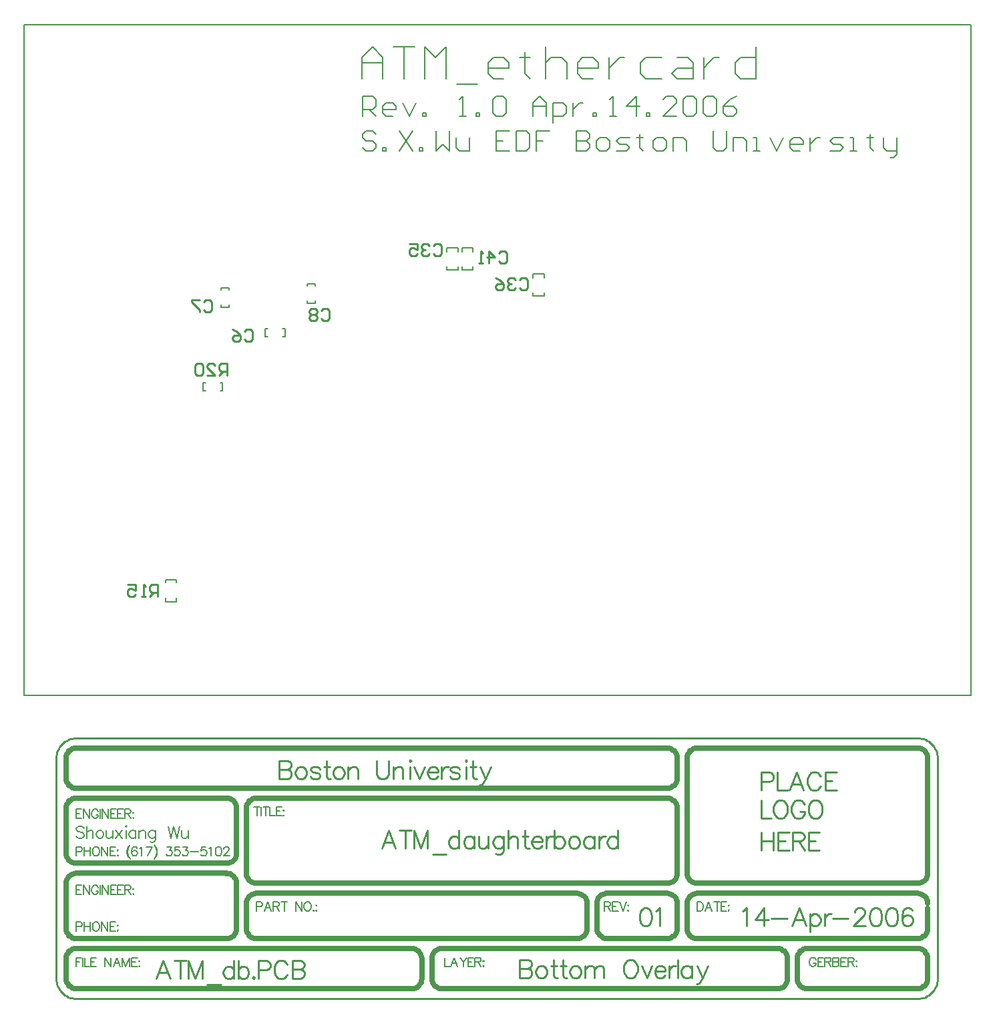
<source format=gbo>
%FSLAX24Y24*%
%MOIN*%
G70*
G01*
G75*
%ADD10C,0.0080*%
%ADD11R,0.0400X0.0600*%
%ADD12R,0.0157X0.0787*%
%ADD13O,0.0157X0.0787*%
%ADD14R,0.0413X0.0177*%
%ADD15R,0.1157X0.1409*%
%ADD16R,0.0315X0.0354*%
%ADD17R,0.1500X0.1100*%
%ADD18O,0.0906X0.0118*%
%ADD19C,0.0157*%
%ADD20R,0.0354X0.0315*%
%ADD21R,0.0906X0.0118*%
%ADD22R,0.0787X0.0197*%
%ADD23O,0.0630X0.0197*%
%ADD24O,0.0197X0.0630*%
%ADD25R,0.0600X0.0500*%
%ADD26R,0.0366X0.0291*%
%ADD27R,0.0600X0.0600*%
%ADD28R,0.1004X0.1063*%
%ADD29R,0.1063X0.1004*%
%ADD30O,0.0118X0.0591*%
%ADD31O,0.0591X0.0118*%
%ADD32R,0.0291X0.0366*%
%ADD33R,0.1000X0.0420*%
%ADD34R,0.0213X0.0138*%
%ADD35O,0.0591X0.0118*%
%ADD36R,0.0787X0.0709*%
%ADD37R,0.0500X0.0600*%
%ADD38R,0.0531X0.0256*%
%ADD39R,0.0984X0.2795*%
%ADD40R,0.1201X0.0449*%
%ADD41R,0.0291X0.0366*%
%ADD42R,0.0984X0.2795*%
%ADD43R,0.0990X0.0200*%
%ADD44R,0.0440X0.0960*%
%ADD45R,0.4100X0.4250*%
%ADD46C,0.0100*%
%ADD47C,0.0200*%
%ADD48C,0.0050*%
%ADD49C,0.0060*%
%ADD50C,0.0300*%
%ADD51C,0.0400*%
%ADD52C,0.0051*%
%ADD53C,0.0079*%
%ADD54R,0.2126X0.1142*%
%ADD55R,0.5315X0.2047*%
%ADD56R,0.1559X0.1244*%
%ADD57R,0.0984X0.0437*%
%ADD58R,0.0996X0.0433*%
%ADD59R,0.0543X0.0933*%
%ADD60R,0.3228X0.1142*%
%ADD61R,0.2441X0.1693*%
%ADD62R,0.1142X0.1181*%
%ADD63R,0.1209X0.3386*%
%ADD64R,0.2909X0.4957*%
%ADD65R,0.1177X0.0437*%
%ADD66R,0.3504X0.2795*%
%ADD67C,0.0250*%
%ADD68C,0.0090*%
%ADD69C,0.0500*%
%ADD70C,0.0240*%
%ADD71C,0.0591*%
%ADD72C,0.0472*%
%ADD73C,0.1575*%
%ADD74C,0.0270*%
%ADD75C,0.0240*%
%ADD76C,0.0240*%
%ADD77C,0.0120*%
D10*
X26724Y25318D02*
Y25476D01*
X27276D01*
Y25318D02*
Y25476D01*
Y24373D02*
Y24570D01*
X26724Y24373D02*
X27276D01*
X26724D02*
Y24570D01*
X45626Y39624D02*
Y39782D01*
X45074Y39624D02*
X45626D01*
X45074D02*
Y39782D01*
Y40530D02*
Y40727D01*
X45626D01*
Y40530D02*
Y40727D01*
X41326Y41830D02*
Y42027D01*
X40774D02*
X41326D01*
X40774Y41830D02*
Y42027D01*
Y40924D02*
Y41082D01*
Y40924D02*
X41326D01*
Y41082D01*
X42076Y41830D02*
Y42027D01*
X41524D02*
X42076D01*
X41524Y41830D02*
Y42027D01*
Y40924D02*
Y41082D01*
Y40924D02*
X42076D01*
Y41082D01*
X22673Y13077D02*
X22616Y13134D01*
X22530Y13162D01*
X22416D01*
X22330Y13134D01*
X22273Y13077D01*
Y13020D01*
X22302Y12963D01*
X22330Y12934D01*
X22387Y12905D01*
X22559Y12848D01*
X22616Y12820D01*
X22645Y12791D01*
X22673Y12734D01*
Y12648D01*
X22616Y12591D01*
X22530Y12563D01*
X22416D01*
X22330Y12591D01*
X22273Y12648D01*
X22807Y13162D02*
Y12563D01*
Y12848D02*
X22893Y12934D01*
X22950Y12963D01*
X23036D01*
X23093Y12934D01*
X23122Y12848D01*
Y12563D01*
X23422Y12963D02*
X23364Y12934D01*
X23307Y12877D01*
X23279Y12791D01*
Y12734D01*
X23307Y12648D01*
X23364Y12591D01*
X23422Y12563D01*
X23507D01*
X23564Y12591D01*
X23622Y12648D01*
X23650Y12734D01*
Y12791D01*
X23622Y12877D01*
X23564Y12934D01*
X23507Y12963D01*
X23422D01*
X23781D02*
Y12677D01*
X23810Y12591D01*
X23867Y12563D01*
X23953D01*
X24010Y12591D01*
X24096Y12677D01*
Y12963D02*
Y12563D01*
X24253Y12963D02*
X24567Y12563D01*
Y12963D02*
X24253Y12563D01*
X24750Y13162D02*
X24778Y13134D01*
X24807Y13162D01*
X24778Y13191D01*
X24750Y13162D01*
X24778Y12963D02*
Y12563D01*
X25255Y12963D02*
Y12563D01*
Y12877D02*
X25198Y12934D01*
X25141Y12963D01*
X25055D01*
X24998Y12934D01*
X24941Y12877D01*
X24913Y12791D01*
Y12734D01*
X24941Y12648D01*
X24998Y12591D01*
X25055Y12563D01*
X25141D01*
X25198Y12591D01*
X25255Y12648D01*
X25415Y12963D02*
Y12563D01*
Y12848D02*
X25501Y12934D01*
X25558Y12963D01*
X25644D01*
X25701Y12934D01*
X25730Y12848D01*
Y12563D01*
X26230Y12963D02*
Y12505D01*
X26201Y12420D01*
X26172Y12391D01*
X26115Y12363D01*
X26030D01*
X25972Y12391D01*
X26230Y12877D02*
X26172Y12934D01*
X26115Y12963D01*
X26030D01*
X25972Y12934D01*
X25915Y12877D01*
X25887Y12791D01*
Y12734D01*
X25915Y12648D01*
X25972Y12591D01*
X26030Y12563D01*
X26115D01*
X26172Y12591D01*
X26230Y12648D01*
X26861Y13162D02*
X27004Y12563D01*
X27146Y13162D02*
X27004Y12563D01*
X27146Y13162D02*
X27289Y12563D01*
X27432Y13162D02*
X27289Y12563D01*
X27552Y12963D02*
Y12677D01*
X27581Y12591D01*
X27638Y12563D01*
X27723D01*
X27781Y12591D01*
X27866Y12677D01*
Y12963D02*
Y12563D01*
D46*
X30663Y37862D02*
X30763Y37962D01*
X30963D01*
X31063Y37862D01*
Y37462D01*
X30963Y37362D01*
X30763D01*
X30663Y37462D01*
X30063Y37962D02*
X30263Y37862D01*
X30463Y37662D01*
Y37462D01*
X30363Y37362D01*
X30163D01*
X30063Y37462D01*
Y37562D01*
X30163Y37662D01*
X30463D01*
X28655Y39319D02*
X28755Y39419D01*
X28955D01*
X29055Y39319D01*
Y38919D01*
X28955Y38819D01*
X28755D01*
X28655Y38919D01*
X28455Y39419D02*
X28055D01*
Y39319D01*
X28455Y38919D01*
Y38819D01*
X34521Y38886D02*
X34621Y38986D01*
X34821D01*
X34921Y38886D01*
Y38486D01*
X34821Y38386D01*
X34621D01*
X34521Y38486D01*
X34321Y38886D02*
X34221Y38986D01*
X34022D01*
X33922Y38886D01*
Y38786D01*
X34022Y38686D01*
X33922Y38586D01*
Y38486D01*
X34022Y38386D01*
X34221D01*
X34321Y38486D01*
Y38586D01*
X34221Y38686D01*
X34321Y38786D01*
Y38886D01*
X34221Y38686D02*
X34022D01*
X29803Y35669D02*
Y36269D01*
X29503D01*
X29403Y36169D01*
Y35969D01*
X29503Y35869D01*
X29803D01*
X29603D02*
X29403Y35669D01*
X28803D02*
X29203D01*
X28803Y36069D01*
Y36169D01*
X28903Y36269D01*
X29103D01*
X29203Y36169D01*
X28604D02*
X28504Y36269D01*
X28304D01*
X28204Y36169D01*
Y35769D01*
X28304Y35669D01*
X28504D01*
X28604Y35769D01*
Y36169D01*
X40112Y42114D02*
X40212Y42214D01*
X40412D01*
X40512Y42114D01*
Y41714D01*
X40412Y41614D01*
X40212D01*
X40112Y41714D01*
X39912Y42114D02*
X39812Y42214D01*
X39612D01*
X39512Y42114D01*
Y42014D01*
X39612Y41914D01*
X39712D01*
X39612D01*
X39512Y41814D01*
Y41714D01*
X39612Y41614D01*
X39812D01*
X39912Y41714D01*
X38912Y42214D02*
X39312D01*
Y41914D01*
X39112Y42014D01*
X39012D01*
X38912Y41914D01*
Y41714D01*
X39012Y41614D01*
X39212D01*
X39312Y41714D01*
X43380Y41760D02*
X43480Y41860D01*
X43680D01*
X43780Y41760D01*
Y41360D01*
X43680Y41260D01*
X43480D01*
X43380Y41360D01*
X42880Y41260D02*
Y41860D01*
X43180Y41560D01*
X42780D01*
X42580Y41260D02*
X42380D01*
X42480D01*
Y41860D01*
X42580Y41760D01*
X44403Y40421D02*
X44503Y40521D01*
X44703D01*
X44803Y40421D01*
Y40021D01*
X44703Y39921D01*
X44503D01*
X44403Y40021D01*
X44203Y40421D02*
X44103Y40521D01*
X43903D01*
X43803Y40421D01*
Y40321D01*
X43903Y40221D01*
X44003D01*
X43903D01*
X43803Y40121D01*
Y40021D01*
X43903Y39921D01*
X44103D01*
X44203Y40021D01*
X43204Y40521D02*
X43404Y40421D01*
X43604Y40221D01*
Y40021D01*
X43504Y39921D01*
X43304D01*
X43204Y40021D01*
Y40121D01*
X43304Y40221D01*
X43604D01*
X26339Y24646D02*
Y25245D01*
X26039D01*
X25939Y25146D01*
Y24946D01*
X26039Y24846D01*
X26339D01*
X26139D02*
X25939Y24646D01*
X25739D02*
X25539D01*
X25639D01*
Y25245D01*
X25739Y25146D01*
X24839Y25245D02*
X25239D01*
Y24946D01*
X25039Y25046D01*
X24939D01*
X24839Y24946D01*
Y24746D01*
X24939Y24646D01*
X25139D01*
X25239Y24746D01*
X21273Y5573D02*
X21278Y5475D01*
X21292Y5378D01*
X21316Y5283D01*
X21348Y5190D01*
X21390Y5101D01*
X21440Y5017D01*
X21498Y4938D01*
X21563Y4865D01*
X21635Y4798D01*
X21713Y4739D01*
X21796Y4688D01*
X21885Y4645D01*
X21976Y4610D01*
X22071Y4585D01*
X22168Y4569D01*
X22266Y4563D01*
X64273Y4563D02*
X64371Y4567D01*
X64468Y4582D01*
X64564Y4606D01*
X64656Y4639D01*
X64745Y4681D01*
X64829Y4731D01*
X64908Y4790D01*
X64980Y4855D01*
X65046Y4928D01*
X65105Y5007D01*
X65155Y5091D01*
X65197Y5180D01*
X65230Y5272D01*
X65254Y5368D01*
X65268Y5465D01*
X65273Y5563D01*
Y16563D02*
X65268Y16661D01*
X65254Y16758D01*
X65230Y16853D01*
X65197Y16945D01*
X65155Y17034D01*
X65105Y17118D01*
X65046Y17197D01*
X64980Y17270D01*
X64908Y17336D01*
X64829Y17394D01*
X64745Y17445D01*
X64656Y17486D01*
X64564Y17520D01*
X64468Y17543D01*
X64371Y17558D01*
X64273Y17563D01*
X22273D02*
X22175Y17558D01*
X22078Y17543D01*
X21983Y17520D01*
X21891Y17486D01*
X21802Y17445D01*
X21718Y17394D01*
X21639Y17336D01*
X21566Y17270D01*
X21500Y17197D01*
X21442Y17118D01*
X21391Y17034D01*
X21349Y16945D01*
X21316Y16853D01*
X21292Y16758D01*
X21278Y16661D01*
X21273Y16563D01*
X22273Y4563D02*
X64273D01*
X22273Y17563D02*
X64273D01*
X65273Y5563D02*
Y16563D01*
X21273Y5563D02*
Y16563D01*
D48*
X59195Y6505D02*
X59173Y6548D01*
X59130Y6591D01*
X59087Y6612D01*
X59002D01*
X58959Y6591D01*
X58916Y6548D01*
X58895Y6505D01*
X58873Y6441D01*
Y6334D01*
X58895Y6270D01*
X58916Y6227D01*
X58959Y6184D01*
X59002Y6163D01*
X59087D01*
X59130Y6184D01*
X59173Y6227D01*
X59195Y6270D01*
Y6334D01*
X59087D02*
X59195D01*
X59576Y6612D02*
X59297D01*
Y6163D01*
X59576D01*
X59297Y6398D02*
X59469D01*
X59651Y6612D02*
Y6163D01*
Y6612D02*
X59844D01*
X59908Y6591D01*
X59929Y6570D01*
X59951Y6527D01*
Y6484D01*
X59929Y6441D01*
X59908Y6420D01*
X59844Y6398D01*
X59651D01*
X59801D02*
X59951Y6163D01*
X60052Y6612D02*
Y6163D01*
Y6612D02*
X60244D01*
X60309Y6591D01*
X60330Y6570D01*
X60351Y6527D01*
Y6484D01*
X60330Y6441D01*
X60309Y6420D01*
X60244Y6398D01*
X60052D02*
X60244D01*
X60309Y6377D01*
X60330Y6355D01*
X60351Y6313D01*
Y6248D01*
X60330Y6205D01*
X60309Y6184D01*
X60244Y6163D01*
X60052D01*
X60731Y6612D02*
X60452D01*
Y6163D01*
X60731D01*
X60452Y6398D02*
X60624D01*
X60806Y6612D02*
Y6163D01*
Y6612D02*
X60998D01*
X61063Y6591D01*
X61084Y6570D01*
X61106Y6527D01*
Y6484D01*
X61084Y6441D01*
X61063Y6420D01*
X60998Y6398D01*
X60806D01*
X60956D02*
X61106Y6163D01*
X61228Y6463D02*
X61206Y6441D01*
X61228Y6420D01*
X61249Y6441D01*
X61228Y6463D01*
Y6205D02*
X61206Y6184D01*
X61228Y6163D01*
X61249Y6184D01*
X61228Y6205D01*
X22273Y6612D02*
Y6163D01*
Y6612D02*
X22552D01*
X22273Y6398D02*
X22445D01*
X22603Y6612D02*
Y6163D01*
X22697Y6612D02*
Y6163D01*
X22955D01*
X23282Y6612D02*
X23004D01*
Y6163D01*
X23282D01*
X23004Y6398D02*
X23175D01*
X23711Y6612D02*
Y6163D01*
Y6612D02*
X24011Y6163D01*
Y6612D02*
Y6163D01*
X24478D02*
X24306Y6612D01*
X24135Y6163D01*
X24199Y6313D02*
X24413D01*
X24583Y6612D02*
Y6163D01*
Y6612D02*
X24754Y6163D01*
X24926Y6612D02*
X24754Y6163D01*
X24926Y6612D02*
Y6163D01*
X25333Y6612D02*
X25054D01*
Y6163D01*
X25333D01*
X25054Y6398D02*
X25225D01*
X25429Y6463D02*
X25408Y6441D01*
X25429Y6420D01*
X25450Y6441D01*
X25429Y6463D01*
Y6205D02*
X25408Y6184D01*
X25429Y6163D01*
X25450Y6184D01*
X25429Y6205D01*
X22552Y10213D02*
X22273D01*
Y9763D01*
X22552D01*
X22273Y9998D02*
X22445D01*
X22627Y10213D02*
Y9763D01*
Y10213D02*
X22927Y9763D01*
Y10213D02*
Y9763D01*
X23372Y10105D02*
X23351Y10148D01*
X23308Y10191D01*
X23265Y10213D01*
X23179D01*
X23137Y10191D01*
X23094Y10148D01*
X23072Y10105D01*
X23051Y10041D01*
Y9934D01*
X23072Y9870D01*
X23094Y9827D01*
X23137Y9784D01*
X23179Y9763D01*
X23265D01*
X23308Y9784D01*
X23351Y9827D01*
X23372Y9870D01*
Y9934D01*
X23265D02*
X23372D01*
X23475Y10213D02*
Y9763D01*
X23569Y10213D02*
Y9763D01*
Y10213D02*
X23869Y9763D01*
Y10213D02*
Y9763D01*
X24272Y10213D02*
X23994D01*
Y9763D01*
X24272D01*
X23994Y9998D02*
X24165D01*
X24626Y10213D02*
X24347D01*
Y9763D01*
X24626D01*
X24347Y9998D02*
X24518D01*
X24701Y10213D02*
Y9763D01*
Y10213D02*
X24893D01*
X24958Y10191D01*
X24979Y10170D01*
X25001Y10127D01*
Y10084D01*
X24979Y10041D01*
X24958Y10020D01*
X24893Y9998D01*
X24701D01*
X24851D02*
X25001Y9763D01*
X25123Y10063D02*
X25101Y10041D01*
X25123Y10020D01*
X25144Y10041D01*
X25123Y10063D01*
Y9805D02*
X25101Y9784D01*
X25123Y9763D01*
X25144Y9784D01*
X25123Y9805D01*
X31298Y14138D02*
Y13688D01*
X31148Y14138D02*
X31448D01*
X31502D02*
Y13688D01*
X31746Y14138D02*
Y13688D01*
X31596Y14138D02*
X31896D01*
X31949D02*
Y13688D01*
X32207D01*
X32534Y14138D02*
X32256D01*
Y13688D01*
X32534D01*
X32256Y13923D02*
X32427D01*
X32631Y13988D02*
X32609Y13966D01*
X32631Y13945D01*
X32652Y13966D01*
X32631Y13988D01*
Y13730D02*
X32609Y13709D01*
X32631Y13688D01*
X32652Y13709D01*
X32631Y13730D01*
X31273Y9152D02*
X31466D01*
X31530Y9173D01*
X31552Y9195D01*
X31573Y9238D01*
Y9302D01*
X31552Y9345D01*
X31530Y9366D01*
X31466Y9388D01*
X31273D01*
Y8938D01*
X32017D02*
X31845Y9388D01*
X31674Y8938D01*
X31738Y9088D02*
X31952D01*
X32122Y9388D02*
Y8938D01*
Y9388D02*
X32314D01*
X32379Y9366D01*
X32400Y9345D01*
X32422Y9302D01*
Y9259D01*
X32400Y9216D01*
X32379Y9195D01*
X32314Y9173D01*
X32122D01*
X32272D02*
X32422Y8938D01*
X32672Y9388D02*
Y8938D01*
X32522Y9388D02*
X32822D01*
X33229D02*
Y8938D01*
Y9388D02*
X33529Y8938D01*
Y9388D02*
Y8938D01*
X33782Y9388D02*
X33739Y9366D01*
X33696Y9323D01*
X33675Y9280D01*
X33653Y9216D01*
Y9109D01*
X33675Y9045D01*
X33696Y9002D01*
X33739Y8959D01*
X33782Y8938D01*
X33868D01*
X33911Y8959D01*
X33953Y9002D01*
X33975Y9045D01*
X33996Y9109D01*
Y9216D01*
X33975Y9280D01*
X33953Y9323D01*
X33911Y9366D01*
X33868Y9388D01*
X33782D01*
X34123Y8980D02*
X34101Y8959D01*
X34123Y8938D01*
X34144Y8959D01*
X34123Y8980D01*
X34264Y9238D02*
X34243Y9216D01*
X34264Y9195D01*
X34285Y9216D01*
X34264Y9238D01*
Y8980D02*
X34243Y8959D01*
X34264Y8938D01*
X34285Y8959D01*
X34264Y8980D01*
X22552Y14013D02*
X22273D01*
Y13563D01*
X22552D01*
X22273Y13798D02*
X22445D01*
X22627Y14013D02*
Y13563D01*
Y14013D02*
X22927Y13563D01*
Y14013D02*
Y13563D01*
X23372Y13905D02*
X23351Y13948D01*
X23308Y13991D01*
X23265Y14013D01*
X23179D01*
X23137Y13991D01*
X23094Y13948D01*
X23072Y13905D01*
X23051Y13841D01*
Y13734D01*
X23072Y13670D01*
X23094Y13627D01*
X23137Y13584D01*
X23179Y13563D01*
X23265D01*
X23308Y13584D01*
X23351Y13627D01*
X23372Y13670D01*
Y13734D01*
X23265D02*
X23372D01*
X23475Y14013D02*
Y13563D01*
X23569Y14013D02*
Y13563D01*
Y14013D02*
X23869Y13563D01*
Y14013D02*
Y13563D01*
X24272Y14013D02*
X23994D01*
Y13563D01*
X24272D01*
X23994Y13798D02*
X24165D01*
X24626Y14013D02*
X24347D01*
Y13563D01*
X24626D01*
X24347Y13798D02*
X24518D01*
X24701Y14013D02*
Y13563D01*
Y14013D02*
X24893D01*
X24958Y13991D01*
X24979Y13970D01*
X25001Y13927D01*
Y13884D01*
X24979Y13841D01*
X24958Y13820D01*
X24893Y13798D01*
X24701D01*
X24851D02*
X25001Y13563D01*
X25123Y13863D02*
X25101Y13841D01*
X25123Y13820D01*
X25144Y13841D01*
X25123Y13863D01*
Y13605D02*
X25101Y13584D01*
X25123Y13563D01*
X25144Y13584D01*
X25123Y13605D01*
X40673Y6612D02*
Y6163D01*
X40930D01*
X41322D02*
X41151Y6612D01*
X40980Y6163D01*
X41044Y6313D02*
X41258D01*
X41427Y6612D02*
X41599Y6398D01*
Y6163D01*
X41770Y6612D02*
X41599Y6398D01*
X42106Y6612D02*
X41828D01*
Y6163D01*
X42106D01*
X41828Y6398D02*
X41999D01*
X42181Y6612D02*
Y6163D01*
Y6612D02*
X42374D01*
X42439Y6591D01*
X42460Y6570D01*
X42481Y6527D01*
Y6484D01*
X42460Y6441D01*
X42439Y6420D01*
X42374Y6398D01*
X42181D01*
X42331D02*
X42481Y6163D01*
X42604Y6463D02*
X42582Y6441D01*
X42604Y6420D01*
X42625Y6441D01*
X42604Y6463D01*
Y6205D02*
X42582Y6184D01*
X42604Y6163D01*
X42625Y6184D01*
X42604Y6205D01*
X22273Y8152D02*
X22466D01*
X22530Y8173D01*
X22552Y8195D01*
X22573Y8238D01*
Y8302D01*
X22552Y8345D01*
X22530Y8366D01*
X22466Y8388D01*
X22273D01*
Y7938D01*
X22674Y8388D02*
Y7938D01*
X22974Y8388D02*
Y7938D01*
X22674Y8173D02*
X22974D01*
X23227Y8388D02*
X23184Y8366D01*
X23141Y8323D01*
X23119Y8280D01*
X23098Y8216D01*
Y8109D01*
X23119Y8045D01*
X23141Y8002D01*
X23184Y7959D01*
X23227Y7938D01*
X23312D01*
X23355Y7959D01*
X23398Y8002D01*
X23419Y8045D01*
X23441Y8109D01*
Y8216D01*
X23419Y8280D01*
X23398Y8323D01*
X23355Y8366D01*
X23312Y8388D01*
X23227D01*
X23546D02*
Y7938D01*
Y8388D02*
X23846Y7938D01*
Y8388D02*
Y7938D01*
X24249Y8388D02*
X23970D01*
Y7938D01*
X24249D01*
X23970Y8173D02*
X24141D01*
X24345Y8238D02*
X24323Y8216D01*
X24345Y8195D01*
X24366Y8216D01*
X24345Y8238D01*
Y7980D02*
X24323Y7959D01*
X24345Y7938D01*
X24366Y7959D01*
X24345Y7980D01*
X22273Y11902D02*
X22466D01*
X22530Y11923D01*
X22552Y11945D01*
X22573Y11988D01*
Y12052D01*
X22552Y12095D01*
X22530Y12116D01*
X22466Y12138D01*
X22273D01*
Y11688D01*
X22674Y12138D02*
Y11688D01*
X22974Y12138D02*
Y11688D01*
X22674Y11923D02*
X22974D01*
X23227Y12138D02*
X23184Y12116D01*
X23141Y12073D01*
X23119Y12030D01*
X23098Y11966D01*
Y11859D01*
X23119Y11795D01*
X23141Y11752D01*
X23184Y11709D01*
X23227Y11688D01*
X23312D01*
X23355Y11709D01*
X23398Y11752D01*
X23419Y11795D01*
X23441Y11859D01*
Y11966D01*
X23419Y12030D01*
X23398Y12073D01*
X23355Y12116D01*
X23312Y12138D01*
X23227D01*
X23546D02*
Y11688D01*
Y12138D02*
X23846Y11688D01*
Y12138D02*
Y11688D01*
X24249Y12138D02*
X23970D01*
Y11688D01*
X24249D01*
X23970Y11923D02*
X24141D01*
X24345Y11988D02*
X24323Y11966D01*
X24345Y11945D01*
X24366Y11966D01*
X24345Y11988D01*
Y11730D02*
X24323Y11709D01*
X24345Y11688D01*
X24366Y11709D01*
X24345Y11730D01*
X24968Y12223D02*
X24926Y12180D01*
X24883Y12116D01*
X24840Y12030D01*
X24818Y11923D01*
Y11838D01*
X24840Y11730D01*
X24883Y11645D01*
X24926Y11580D01*
X24968Y11538D01*
X24926Y12180D02*
X24883Y12095D01*
X24861Y12030D01*
X24840Y11923D01*
Y11838D01*
X24861Y11730D01*
X24883Y11666D01*
X24926Y11580D01*
X25311Y12073D02*
X25290Y12116D01*
X25225Y12138D01*
X25183D01*
X25118Y12116D01*
X25075Y12052D01*
X25054Y11945D01*
Y11838D01*
X25075Y11752D01*
X25118Y11709D01*
X25183Y11688D01*
X25204D01*
X25268Y11709D01*
X25311Y11752D01*
X25333Y11816D01*
Y11838D01*
X25311Y11902D01*
X25268Y11945D01*
X25204Y11966D01*
X25183D01*
X25118Y11945D01*
X25075Y11902D01*
X25054Y11838D01*
X25431Y12052D02*
X25474Y12073D01*
X25538Y12138D01*
Y11688D01*
X26061Y12138D02*
X25847Y11688D01*
X25761Y12138D02*
X26061D01*
X26162Y12223D02*
X26205Y12180D01*
X26247Y12116D01*
X26290Y12030D01*
X26312Y11923D01*
Y11838D01*
X26290Y11730D01*
X26247Y11645D01*
X26205Y11580D01*
X26162Y11538D01*
X26205Y12180D02*
X26247Y12095D01*
X26269Y12030D01*
X26290Y11923D01*
Y11838D01*
X26269Y11730D01*
X26247Y11666D01*
X26205Y11580D01*
X26817Y12138D02*
X27053D01*
X26924Y11966D01*
X26989D01*
X27031Y11945D01*
X27053Y11923D01*
X27074Y11859D01*
Y11816D01*
X27053Y11752D01*
X27010Y11709D01*
X26946Y11688D01*
X26882D01*
X26817Y11709D01*
X26796Y11730D01*
X26774Y11773D01*
X27432Y12138D02*
X27218D01*
X27196Y11945D01*
X27218Y11966D01*
X27282Y11988D01*
X27346D01*
X27411Y11966D01*
X27454Y11923D01*
X27475Y11859D01*
Y11816D01*
X27454Y11752D01*
X27411Y11709D01*
X27346Y11688D01*
X27282D01*
X27218Y11709D01*
X27196Y11730D01*
X27175Y11773D01*
X27619Y12138D02*
X27854D01*
X27726Y11966D01*
X27790D01*
X27833Y11945D01*
X27854Y11923D01*
X27876Y11859D01*
Y11816D01*
X27854Y11752D01*
X27811Y11709D01*
X27747Y11688D01*
X27683D01*
X27619Y11709D01*
X27597Y11730D01*
X27576Y11773D01*
X27976Y11880D02*
X28362D01*
X28752Y12138D02*
X28538D01*
X28516Y11945D01*
X28538Y11966D01*
X28602Y11988D01*
X28666D01*
X28730Y11966D01*
X28773Y11923D01*
X28795Y11859D01*
Y11816D01*
X28773Y11752D01*
X28730Y11709D01*
X28666Y11688D01*
X28602D01*
X28538Y11709D01*
X28516Y11730D01*
X28495Y11773D01*
X28895Y12052D02*
X28938Y12073D01*
X29002Y12138D01*
Y11688D01*
X29354Y12138D02*
X29290Y12116D01*
X29247Y12052D01*
X29225Y11945D01*
Y11880D01*
X29247Y11773D01*
X29290Y11709D01*
X29354Y11688D01*
X29397D01*
X29461Y11709D01*
X29504Y11773D01*
X29525Y11880D01*
Y11945D01*
X29504Y12052D01*
X29461Y12116D01*
X29397Y12138D01*
X29354D01*
X29647Y12030D02*
Y12052D01*
X29669Y12095D01*
X29690Y12116D01*
X29733Y12138D01*
X29819D01*
X29862Y12116D01*
X29883Y12095D01*
X29904Y12052D01*
Y12009D01*
X29883Y11966D01*
X29840Y11902D01*
X29626Y11688D01*
X29926D01*
X48648Y9388D02*
Y8938D01*
Y9388D02*
X48841D01*
X48905Y9366D01*
X48927Y9345D01*
X48948Y9302D01*
Y9259D01*
X48927Y9216D01*
X48905Y9195D01*
X48841Y9173D01*
X48648D01*
X48798D02*
X48948Y8938D01*
X49327Y9388D02*
X49049D01*
Y8938D01*
X49327D01*
X49049Y9173D02*
X49220D01*
X49402Y9388D02*
X49574Y8938D01*
X49745Y9388D02*
X49574Y8938D01*
X49824Y9238D02*
X49803Y9216D01*
X49824Y9195D01*
X49846Y9216D01*
X49824Y9238D01*
Y8980D02*
X49803Y8959D01*
X49824Y8938D01*
X49846Y8959D01*
X49824Y8980D01*
X53273Y9388D02*
Y8938D01*
Y9388D02*
X53423D01*
X53487Y9366D01*
X53530Y9323D01*
X53552Y9280D01*
X53573Y9216D01*
Y9109D01*
X53552Y9045D01*
X53530Y9002D01*
X53487Y8959D01*
X53423Y8938D01*
X53273D01*
X54017D02*
X53845Y9388D01*
X53674Y8938D01*
X53738Y9088D02*
X53952D01*
X54272Y9388D02*
Y8938D01*
X54122Y9388D02*
X54422D01*
X54754D02*
X54475D01*
Y8938D01*
X54754D01*
X54475Y9173D02*
X54647D01*
X54850Y9238D02*
X54829Y9216D01*
X54850Y9195D01*
X54871Y9216D01*
X54850Y9238D01*
Y8980D02*
X54829Y8959D01*
X54850Y8938D01*
X54871Y8959D01*
X54850Y8980D01*
D49*
X28602Y35305D02*
X28732D01*
X28602Y34899D02*
Y35305D01*
Y34899D02*
X28724D01*
X28728Y34903D01*
X29460Y35301D02*
X29574D01*
Y34899D02*
Y35301D01*
X29468Y34899D02*
X29574D01*
X29495Y39072D02*
Y39202D01*
Y39072D02*
X29901D01*
Y39194D01*
X29897Y39198D02*
X29901Y39194D01*
X29499Y39930D02*
Y40044D01*
X29901D01*
Y39938D02*
Y40044D01*
X31722Y38005D02*
X31852D01*
X31722Y37599D02*
Y38005D01*
Y37599D02*
X31844D01*
X31848Y37603D01*
X32580Y38001D02*
X32694D01*
Y37599D02*
Y38001D01*
X32588Y37599D02*
X32694D01*
X33795Y39272D02*
Y39402D01*
Y39272D02*
X34201D01*
Y39394D01*
X34197Y39398D02*
X34201Y39394D01*
X33799Y40130D02*
Y40244D01*
X34201D01*
Y40138D02*
Y40244D01*
X19685Y19685D02*
X66929D01*
Y53150D01*
X19685D02*
X66929D01*
X19685Y19685D02*
Y53150D01*
D53*
X36535Y50472D02*
Y51522D01*
X37060Y52047D01*
X37585Y51522D01*
Y50472D01*
Y51260D01*
X36535D01*
X38110Y52047D02*
X39159D01*
X38634D01*
Y50472D01*
X39684D02*
Y52047D01*
X40209Y51522D01*
X40734Y52047D01*
Y50472D01*
X41258Y50210D02*
X42308D01*
X43620Y50472D02*
X43095D01*
X42833Y50735D01*
Y51260D01*
X43095Y51522D01*
X43620D01*
X43882Y51260D01*
Y50997D01*
X42833D01*
X44669Y51784D02*
Y51522D01*
X44407D01*
X44932D01*
X44669D01*
Y50735D01*
X44932Y50472D01*
X45719Y52047D02*
Y50472D01*
Y51260D01*
X45981Y51522D01*
X46506D01*
X46768Y51260D01*
Y50472D01*
X48080D02*
X47555D01*
X47293Y50735D01*
Y51260D01*
X47555Y51522D01*
X48080D01*
X48343Y51260D01*
Y50997D01*
X47293D01*
X48867Y51522D02*
Y50472D01*
Y50997D01*
X49130Y51260D01*
X49392Y51522D01*
X49655D01*
X51491D02*
X50704D01*
X50442Y51260D01*
Y50735D01*
X50704Y50472D01*
X51491D01*
X52278Y51522D02*
X52803D01*
X53066Y51260D01*
Y50472D01*
X52278D01*
X52016Y50735D01*
X52278Y50997D01*
X53066D01*
X53590Y51522D02*
Y50472D01*
Y50997D01*
X53853Y51260D01*
X54115Y51522D01*
X54377D01*
X56214Y52047D02*
Y50472D01*
X55427D01*
X55165Y50735D01*
Y51260D01*
X55427Y51522D01*
X56214D01*
X37241Y47683D02*
X37075Y47850D01*
X36741D01*
X36575Y47683D01*
Y47517D01*
X36741Y47350D01*
X37075D01*
X37241Y47184D01*
Y47017D01*
X37075Y46850D01*
X36741D01*
X36575Y47017D01*
X37574Y46850D02*
Y47017D01*
X37741D01*
Y46850D01*
X37574D01*
X38408Y47850D02*
X39074Y46850D01*
Y47850D02*
X38408Y46850D01*
X39407D02*
Y47017D01*
X39574D01*
Y46850D01*
X39407D01*
X40240Y47850D02*
Y46850D01*
X40574Y47184D01*
X40907Y46850D01*
Y47850D01*
X41240Y47517D02*
Y47017D01*
X41407Y46850D01*
X41906D01*
Y47517D01*
X43906Y47850D02*
X43239D01*
Y46850D01*
X43906D01*
X43239Y47350D02*
X43573D01*
X44239Y47850D02*
Y46850D01*
X44739D01*
X44905Y47017D01*
Y47683D01*
X44739Y47850D01*
X44239D01*
X45905D02*
X45239D01*
Y47350D01*
X45572D01*
X45239D01*
Y46850D01*
X47238Y47850D02*
Y46850D01*
X47738D01*
X47904Y47017D01*
Y47184D01*
X47738Y47350D01*
X47238D01*
X47738D01*
X47904Y47517D01*
Y47683D01*
X47738Y47850D01*
X47238D01*
X48404Y46850D02*
X48738D01*
X48904Y47017D01*
Y47350D01*
X48738Y47517D01*
X48404D01*
X48238Y47350D01*
Y47017D01*
X48404Y46850D01*
X49237D02*
X49737D01*
X49904Y47017D01*
X49737Y47184D01*
X49404D01*
X49237Y47350D01*
X49404Y47517D01*
X49904D01*
X50404Y47683D02*
Y47517D01*
X50237D01*
X50570D01*
X50404D01*
Y47017D01*
X50570Y46850D01*
X51237D02*
X51570D01*
X51737Y47017D01*
Y47350D01*
X51570Y47517D01*
X51237D01*
X51070Y47350D01*
Y47017D01*
X51237Y46850D01*
X52070D02*
Y47517D01*
X52570D01*
X52736Y47350D01*
Y46850D01*
X54069Y47850D02*
Y47017D01*
X54236Y46850D01*
X54569D01*
X54736Y47017D01*
Y47850D01*
X55069Y46850D02*
Y47517D01*
X55569D01*
X55735Y47350D01*
Y46850D01*
X56069D02*
X56402D01*
X56235D01*
Y47517D01*
X56069D01*
X56902D02*
X57235Y46850D01*
X57568Y47517D01*
X58401Y46850D02*
X58068D01*
X57901Y47017D01*
Y47350D01*
X58068Y47517D01*
X58401D01*
X58568Y47350D01*
Y47184D01*
X57901D01*
X58901Y47517D02*
Y46850D01*
Y47184D01*
X59068Y47350D01*
X59234Y47517D01*
X59401D01*
X59901Y46850D02*
X60400D01*
X60567Y47017D01*
X60400Y47184D01*
X60067D01*
X59901Y47350D01*
X60067Y47517D01*
X60567D01*
X60900Y46850D02*
X61234D01*
X61067D01*
Y47517D01*
X60900D01*
X61900Y47683D02*
Y47517D01*
X61733D01*
X62067D01*
X61900D01*
Y47017D01*
X62067Y46850D01*
X62566Y47517D02*
Y47017D01*
X62733Y46850D01*
X63233D01*
Y46684D01*
X63066Y46517D01*
X62900D01*
X63233Y46850D02*
Y47517D01*
X36575Y48583D02*
Y49582D01*
X37075D01*
X37241Y49416D01*
Y49083D01*
X37075Y48916D01*
X36575D01*
X36908D02*
X37241Y48583D01*
X38074D02*
X37741D01*
X37574Y48749D01*
Y49083D01*
X37741Y49249D01*
X38074D01*
X38241Y49083D01*
Y48916D01*
X37574D01*
X38574Y49249D02*
X38907Y48583D01*
X39241Y49249D01*
X39574Y48583D02*
Y48749D01*
X39740D01*
Y48583D01*
X39574D01*
X41407D02*
X41740D01*
X41573D01*
Y49582D01*
X41407Y49416D01*
X42240Y48583D02*
Y48749D01*
X42406D01*
Y48583D01*
X42240D01*
X43073Y49416D02*
X43239Y49582D01*
X43573D01*
X43739Y49416D01*
Y48749D01*
X43573Y48583D01*
X43239D01*
X43073Y48749D01*
Y49416D01*
X45072Y48583D02*
Y49249D01*
X45405Y49582D01*
X45739Y49249D01*
Y48583D01*
Y49083D01*
X45072D01*
X46072Y48249D02*
Y49249D01*
X46572D01*
X46738Y49083D01*
Y48749D01*
X46572Y48583D01*
X46072D01*
X47071Y49249D02*
Y48583D01*
Y48916D01*
X47238Y49083D01*
X47405Y49249D01*
X47571D01*
X48071Y48583D02*
Y48749D01*
X48238D01*
Y48583D01*
X48071D01*
X48904D02*
X49237D01*
X49071D01*
Y49582D01*
X48904Y49416D01*
X50237Y48583D02*
Y49582D01*
X49737Y49083D01*
X50404D01*
X50737Y48583D02*
Y48749D01*
X50904D01*
Y48583D01*
X50737D01*
X52236D02*
X51570D01*
X52236Y49249D01*
Y49416D01*
X52070Y49582D01*
X51737D01*
X51570Y49416D01*
X52570D02*
X52736Y49582D01*
X53069D01*
X53236Y49416D01*
Y48749D01*
X53069Y48583D01*
X52736D01*
X52570Y48749D01*
Y49416D01*
X53569D02*
X53736Y49582D01*
X54069D01*
X54236Y49416D01*
Y48749D01*
X54069Y48583D01*
X53736D01*
X53569Y48749D01*
Y49416D01*
X55235Y49582D02*
X54902Y49416D01*
X54569Y49083D01*
Y48749D01*
X54736Y48583D01*
X55069D01*
X55235Y48749D01*
Y48916D01*
X55069Y49083D01*
X54569D01*
D67*
X64773Y9323D02*
X64764Y9418D01*
X64736Y9510D01*
X64691Y9595D01*
X64630Y9669D01*
X64555Y9730D01*
X64471Y9775D01*
X64379Y9803D01*
X64283Y9813D01*
X53273D02*
X53176Y9803D01*
X53082Y9775D01*
X52995Y9728D01*
X52920Y9666D01*
X52857Y9590D01*
X52811Y9504D01*
X52783Y9410D01*
X52773Y9313D01*
X64273Y10313D02*
X64371Y10322D01*
X64465Y10351D01*
X64551Y10397D01*
X64627Y10459D01*
X64689Y10535D01*
X64735Y10621D01*
X64764Y10715D01*
X64773Y10813D01*
X52773D02*
X52783Y10715D01*
X52811Y10621D01*
X52857Y10535D01*
X52920Y10459D01*
X52995Y10397D01*
X53082Y10351D01*
X53176Y10322D01*
X53273Y10313D01*
X64773Y16573D02*
X64763Y16670D01*
X64734Y16764D01*
X64687Y16850D01*
X64624Y16925D01*
X64547Y16986D01*
X64459Y17030D01*
X64364Y17056D01*
X64266Y17062D01*
X64273Y7563D02*
X64371Y7572D01*
X64465Y7601D01*
X64551Y7647D01*
X64627Y7709D01*
X64689Y7785D01*
X64735Y7871D01*
X64764Y7965D01*
X64773Y8063D01*
X64773Y6571D02*
X64762Y6668D01*
X64733Y6760D01*
X64686Y6845D01*
X64624Y6919D01*
X64548Y6980D01*
X64463Y7025D01*
X64370Y7053D01*
X64273Y7063D01*
Y5063D02*
X64371Y5072D01*
X64465Y5101D01*
X64551Y5147D01*
X64627Y5209D01*
X64689Y5285D01*
X64735Y5371D01*
X64764Y5465D01*
X64773Y5563D01*
X51773Y7563D02*
X51871Y7572D01*
X51965Y7601D01*
X52051Y7647D01*
X52127Y7709D01*
X52189Y7785D01*
X52235Y7871D01*
X52264Y7965D01*
X52273Y8063D01*
X52773Y8053D02*
X52783Y7956D01*
X52811Y7863D01*
X52858Y7778D01*
X52920Y7703D01*
X52995Y7642D01*
X53082Y7597D01*
X53175Y7571D01*
X53272Y7563D01*
X52273Y9323D02*
X52264Y9418D01*
X52236Y9510D01*
X52191Y9595D01*
X52130Y9669D01*
X52055Y9730D01*
X51971Y9775D01*
X51879Y9803D01*
X51783Y9813D01*
X21773Y5563D02*
X21783Y5466D01*
X21810Y5373D01*
X21856Y5288D01*
X21917Y5212D01*
X21991Y5150D01*
X22076Y5103D01*
X22168Y5074D01*
X22264Y5063D01*
X51782Y10313D02*
X51878Y10324D01*
X51971Y10353D01*
X52056Y10400D01*
X52130Y10462D01*
X52191Y10537D01*
X52236Y10623D01*
X52264Y10716D01*
X52273Y10813D01*
X22273Y7063D02*
X22176Y7053D01*
X22082Y7025D01*
X21995Y6978D01*
X21920Y6916D01*
X21857Y6840D01*
X21811Y6754D01*
X21783Y6660D01*
X21773Y6563D01*
X52273Y14063D02*
X52264Y14160D01*
X52235Y14254D01*
X52189Y14340D01*
X52127Y14416D01*
X52051Y14478D01*
X51965Y14525D01*
X51871Y14553D01*
X51773Y14563D01*
Y15063D02*
X51871Y15072D01*
X51965Y15101D01*
X52051Y15147D01*
X52127Y15209D01*
X52189Y15285D01*
X52235Y15371D01*
X52264Y15465D01*
X52273Y15563D01*
X53273Y17063D02*
X53176Y17053D01*
X53082Y17025D01*
X52995Y16978D01*
X52920Y16916D01*
X52857Y16840D01*
X52811Y16754D01*
X52783Y16660D01*
X52773Y16563D01*
X52273D02*
X52264Y16660D01*
X52235Y16754D01*
X52189Y16840D01*
X52127Y16916D01*
X52051Y16978D01*
X51965Y17025D01*
X51871Y17053D01*
X51773Y17063D01*
X22273Y14563D02*
X22176Y14553D01*
X22082Y14525D01*
X21995Y14478D01*
X21920Y14416D01*
X21857Y14340D01*
X21811Y14254D01*
X21783Y14160D01*
X21773Y14063D01*
Y11813D02*
X21783Y11715D01*
X21811Y11621D01*
X21857Y11535D01*
X21920Y11459D01*
X21995Y11397D01*
X22082Y11351D01*
X22176Y11322D01*
X22273Y11313D01*
Y10813D02*
X22176Y10803D01*
X22082Y10775D01*
X21995Y10728D01*
X21920Y10666D01*
X21857Y10590D01*
X21811Y10504D01*
X21783Y10410D01*
X21773Y10313D01*
Y8063D02*
X21783Y7966D01*
X21810Y7873D01*
X21856Y7788D01*
X21917Y7712D01*
X21991Y7650D01*
X22076Y7603D01*
X22168Y7574D01*
X22264Y7563D01*
X31273Y14563D02*
X31176Y14553D01*
X31082Y14525D01*
X30995Y14478D01*
X30920Y14416D01*
X30857Y14340D01*
X30811Y14254D01*
X30783Y14160D01*
X30773Y14063D01*
X31273Y9813D02*
X31176Y9803D01*
X31082Y9775D01*
X30995Y9728D01*
X30920Y9666D01*
X30857Y9590D01*
X30811Y9504D01*
X30783Y9410D01*
X30773Y9313D01*
X48753Y9813D02*
X48657Y9803D01*
X48564Y9774D01*
X48479Y9726D01*
X48405Y9663D01*
X48346Y9586D01*
X48303Y9499D01*
X48279Y9405D01*
X48274Y9307D01*
X48273Y8073D02*
X48283Y7974D01*
X48311Y7879D01*
X48357Y7792D01*
X48419Y7715D01*
X48495Y7652D01*
X48582Y7604D01*
X48676Y7574D01*
X48774Y7563D01*
X47283Y7563D02*
X47380Y7572D01*
X47473Y7601D01*
X47558Y7647D01*
X47633Y7709D01*
X47694Y7785D01*
X47738Y7871D01*
X47765Y7964D01*
X47773Y8061D01*
X47773Y9323D02*
X47764Y9418D01*
X47736Y9510D01*
X47691Y9595D01*
X47630Y9669D01*
X47555Y9730D01*
X47471Y9775D01*
X47379Y9803D01*
X47283Y9813D01*
X29783Y7563D02*
X29879Y7572D01*
X29971Y7600D01*
X30055Y7645D01*
X30130Y7706D01*
X30191Y7780D01*
X30236Y7865D01*
X30264Y7957D01*
X30273Y8053D01*
X30773D02*
X30783Y7957D01*
X30811Y7865D01*
X30856Y7780D01*
X30917Y7706D01*
X30991Y7645D01*
X31076Y7600D01*
X31168Y7572D01*
X31263Y7563D01*
X30773Y10803D02*
X30783Y10707D01*
X30811Y10615D01*
X30856Y10530D01*
X30917Y10456D01*
X30991Y10395D01*
X31076Y10350D01*
X31168Y10322D01*
X31263Y10313D01*
X30273Y10323D02*
X30263Y10420D01*
X30234Y10514D01*
X30187Y10600D01*
X30124Y10675D01*
X30047Y10736D01*
X29959Y10780D01*
X29864Y10806D01*
X29766Y10812D01*
X29793Y11313D02*
X29887Y11322D01*
X29977Y11349D01*
X30060Y11393D01*
X30133Y11453D01*
X30192Y11526D01*
X30237Y11609D01*
X30264Y11699D01*
X30273Y11793D01*
Y14073D02*
X30264Y14168D01*
X30236Y14260D01*
X30191Y14345D01*
X30130Y14419D01*
X30055Y14480D01*
X29971Y14525D01*
X29879Y14553D01*
X29783Y14563D01*
X58773Y7063D02*
X58676Y7053D01*
X58582Y7025D01*
X58495Y6978D01*
X58420Y6916D01*
X58357Y6840D01*
X58311Y6754D01*
X58283Y6660D01*
X58273Y6563D01*
Y5553D02*
X58283Y5456D01*
X58311Y5363D01*
X58358Y5278D01*
X58420Y5203D01*
X58495Y5142D01*
X58582Y5097D01*
X58675Y5071D01*
X58772Y5063D01*
X57285Y5063D02*
X57382Y5071D01*
X57475Y5098D01*
X57561Y5144D01*
X57636Y5206D01*
X57696Y5282D01*
X57741Y5369D01*
X57767Y5462D01*
X57773Y5559D01*
X57773Y6563D02*
X57764Y6660D01*
X57735Y6754D01*
X57689Y6840D01*
X57627Y6916D01*
X57551Y6978D01*
X57465Y7025D01*
X57371Y7053D01*
X57273Y7063D01*
X40023Y5563D02*
X40033Y5466D01*
X40060Y5373D01*
X40106Y5288D01*
X40167Y5212D01*
X40241Y5150D01*
X40326Y5103D01*
X40418Y5074D01*
X40514Y5063D01*
X40523Y7063D02*
X40426Y7053D01*
X40332Y7025D01*
X40245Y6978D01*
X40170Y6916D01*
X40107Y6840D01*
X40061Y6754D01*
X40033Y6660D01*
X40023Y6563D01*
X39035Y5063D02*
X39132Y5071D01*
X39225Y5098D01*
X39311Y5144D01*
X39386Y5206D01*
X39446Y5282D01*
X39491Y5369D01*
X39517Y5462D01*
X39523Y5559D01*
X39523Y6563D02*
X39514Y6660D01*
X39485Y6754D01*
X39439Y6840D01*
X39377Y6916D01*
X39301Y6978D01*
X39215Y7025D01*
X39121Y7053D01*
X39023Y7063D01*
X21773Y15563D02*
X21783Y15465D01*
X21811Y15371D01*
X21857Y15285D01*
X21920Y15209D01*
X21995Y15147D01*
X22082Y15101D01*
X22176Y15072D01*
X22273Y15063D01*
Y17063D02*
X22176Y17053D01*
X22082Y17025D01*
X21995Y16978D01*
X21920Y16916D01*
X21857Y16840D01*
X21811Y16754D01*
X21783Y16660D01*
X21773Y16563D01*
X40523Y5063D02*
X57273D01*
X22273D02*
X39023D01*
X22273Y7063D02*
X39023D01*
X40523D02*
X57273D01*
X58773Y5063D02*
X64273D01*
X58773Y7063D02*
X64273D01*
X22273Y17063D02*
X51773D01*
X22273Y7563D02*
X29773D01*
X22273Y10813D02*
X29773D01*
X22273Y11313D02*
X29773D01*
X22273Y14563D02*
X29773D01*
X22273Y15063D02*
X51773D01*
X31273Y14563D02*
X51773D01*
X31273Y9813D02*
X47273D01*
X31273Y7563D02*
X47273D01*
X48773D02*
X51773D01*
X48773Y9813D02*
X51773D01*
X53273Y7563D02*
X64273D01*
X53273Y17063D02*
X64273D01*
X31273Y10313D02*
X51773D01*
X53273D02*
X64273D01*
X53273Y9813D02*
X64273D01*
X39523Y5563D02*
Y6563D01*
X40023Y5563D02*
Y6563D01*
X57773Y5563D02*
Y6563D01*
X58273Y5563D02*
Y6563D01*
X21773Y8063D02*
Y10313D01*
X30273Y8063D02*
Y10313D01*
X21773Y11813D02*
Y14063D01*
X30273Y11813D02*
Y14063D01*
X52273Y15563D02*
Y16563D01*
Y10813D02*
Y14063D01*
X30773Y10813D02*
Y14063D01*
X47773Y8063D02*
Y9313D01*
X30773Y8063D02*
Y9313D01*
X48273Y8063D02*
Y9313D01*
X52273Y8063D02*
Y9313D01*
X64773Y5563D02*
Y6563D01*
Y8063D02*
Y9063D01*
X21773Y5563D02*
Y6563D01*
X52773Y10813D02*
Y16563D01*
X64773Y10813D02*
Y16563D01*
X52773Y8063D02*
Y9313D01*
X21773Y15563D02*
Y16563D01*
D68*
X26959Y5563D02*
X26616Y6462D01*
X26273Y5563D01*
X26402Y5863D02*
X26830D01*
X27469Y6462D02*
Y5563D01*
X27169Y6462D02*
X27769D01*
X27876D02*
Y5563D01*
Y6462D02*
X28219Y5563D01*
X28561Y6462D02*
X28219Y5563D01*
X28561Y6462D02*
Y5563D01*
X28818Y5263D02*
X29504D01*
X30134Y6462D02*
Y5563D01*
Y6034D02*
X30048Y6120D01*
X29962Y6162D01*
X29834D01*
X29748Y6120D01*
X29662Y6034D01*
X29620Y5905D01*
Y5820D01*
X29662Y5691D01*
X29748Y5605D01*
X29834Y5563D01*
X29962D01*
X30048Y5605D01*
X30134Y5691D01*
X30374Y6462D02*
Y5563D01*
Y6034D02*
X30459Y6120D01*
X30545Y6162D01*
X30674D01*
X30759Y6120D01*
X30845Y6034D01*
X30888Y5905D01*
Y5820D01*
X30845Y5691D01*
X30759Y5605D01*
X30674Y5563D01*
X30545D01*
X30459Y5605D01*
X30374Y5691D01*
X31124Y5648D02*
X31081Y5605D01*
X31124Y5563D01*
X31166Y5605D01*
X31124Y5648D01*
X31364Y5991D02*
X31749D01*
X31878Y6034D01*
X31921Y6077D01*
X31963Y6162D01*
Y6291D01*
X31921Y6377D01*
X31878Y6420D01*
X31749Y6462D01*
X31364D01*
Y5563D01*
X32808Y6248D02*
X32765Y6334D01*
X32679Y6420D01*
X32593Y6462D01*
X32422D01*
X32336Y6420D01*
X32251Y6334D01*
X32208Y6248D01*
X32165Y6120D01*
Y5905D01*
X32208Y5777D01*
X32251Y5691D01*
X32336Y5605D01*
X32422Y5563D01*
X32593D01*
X32679Y5605D01*
X32765Y5691D01*
X32808Y5777D01*
X33060Y6462D02*
Y5563D01*
Y6462D02*
X33446D01*
X33575Y6420D01*
X33617Y6377D01*
X33660Y6291D01*
Y6205D01*
X33617Y6120D01*
X33575Y6077D01*
X33446Y6034D01*
X33060D02*
X33446D01*
X33575Y5991D01*
X33617Y5948D01*
X33660Y5863D01*
Y5734D01*
X33617Y5648D01*
X33575Y5605D01*
X33446Y5563D01*
X33060D01*
X32413Y16435D02*
Y15535D01*
Y16435D02*
X32799D01*
X32927Y16392D01*
X32970Y16349D01*
X33013Y16263D01*
Y16178D01*
X32970Y16092D01*
X32927Y16049D01*
X32799Y16006D01*
X32413D02*
X32799D01*
X32927Y15964D01*
X32970Y15921D01*
X33013Y15835D01*
Y15706D01*
X32970Y15621D01*
X32927Y15578D01*
X32799Y15535D01*
X32413D01*
X33428Y16135D02*
X33343Y16092D01*
X33257Y16006D01*
X33214Y15878D01*
Y15792D01*
X33257Y15664D01*
X33343Y15578D01*
X33428Y15535D01*
X33557D01*
X33643Y15578D01*
X33728Y15664D01*
X33771Y15792D01*
Y15878D01*
X33728Y16006D01*
X33643Y16092D01*
X33557Y16135D01*
X33428D01*
X34440Y16006D02*
X34397Y16092D01*
X34268Y16135D01*
X34140D01*
X34011Y16092D01*
X33968Y16006D01*
X34011Y15921D01*
X34097Y15878D01*
X34311Y15835D01*
X34397Y15792D01*
X34440Y15706D01*
Y15664D01*
X34397Y15578D01*
X34268Y15535D01*
X34140D01*
X34011Y15578D01*
X33968Y15664D01*
X34757Y16435D02*
Y15706D01*
X34800Y15578D01*
X34885Y15535D01*
X34971D01*
X34628Y16135D02*
X34928D01*
X35314D02*
X35228Y16092D01*
X35142Y16006D01*
X35100Y15878D01*
Y15792D01*
X35142Y15664D01*
X35228Y15578D01*
X35314Y15535D01*
X35442D01*
X35528Y15578D01*
X35614Y15664D01*
X35657Y15792D01*
Y15878D01*
X35614Y16006D01*
X35528Y16092D01*
X35442Y16135D01*
X35314D01*
X35854D02*
Y15535D01*
Y15964D02*
X35982Y16092D01*
X36068Y16135D01*
X36196D01*
X36282Y16092D01*
X36325Y15964D01*
Y15535D01*
X37268Y16435D02*
Y15792D01*
X37311Y15664D01*
X37396Y15578D01*
X37525Y15535D01*
X37610D01*
X37739Y15578D01*
X37825Y15664D01*
X37868Y15792D01*
Y16435D01*
X38116Y16135D02*
Y15535D01*
Y15964D02*
X38245Y16092D01*
X38330Y16135D01*
X38459D01*
X38545Y16092D01*
X38587Y15964D01*
Y15535D01*
X38909Y16435D02*
X38952Y16392D01*
X38994Y16435D01*
X38952Y16478D01*
X38909Y16435D01*
X38952Y16135D02*
Y15535D01*
X39153Y16135D02*
X39410Y15535D01*
X39667Y16135D02*
X39410Y15535D01*
X39813Y15878D02*
X40327D01*
Y15964D01*
X40284Y16049D01*
X40241Y16092D01*
X40156Y16135D01*
X40027D01*
X39941Y16092D01*
X39856Y16006D01*
X39813Y15878D01*
Y15792D01*
X39856Y15664D01*
X39941Y15578D01*
X40027Y15535D01*
X40156D01*
X40241Y15578D01*
X40327Y15664D01*
X40520Y16135D02*
Y15535D01*
Y15878D02*
X40563Y16006D01*
X40648Y16092D01*
X40734Y16135D01*
X40863D01*
X41415Y16006D02*
X41372Y16092D01*
X41244Y16135D01*
X41115D01*
X40987Y16092D01*
X40944Y16006D01*
X40987Y15921D01*
X41073Y15878D01*
X41287Y15835D01*
X41372Y15792D01*
X41415Y15706D01*
Y15664D01*
X41372Y15578D01*
X41244Y15535D01*
X41115D01*
X40987Y15578D01*
X40944Y15664D01*
X41690Y16435D02*
X41732Y16392D01*
X41775Y16435D01*
X41732Y16478D01*
X41690Y16435D01*
X41732Y16135D02*
Y15535D01*
X42062Y16435D02*
Y15706D01*
X42105Y15578D01*
X42191Y15535D01*
X42277D01*
X41934Y16135D02*
X42234D01*
X42448D02*
X42705Y15535D01*
X42962Y16135D02*
X42705Y15535D01*
X42619Y15364D01*
X42534Y15278D01*
X42448Y15235D01*
X42405D01*
X44419Y6500D02*
Y5600D01*
Y6500D02*
X44805D01*
X44933Y6457D01*
X44976Y6414D01*
X45019Y6328D01*
Y6243D01*
X44976Y6157D01*
X44933Y6114D01*
X44805Y6071D01*
X44419D02*
X44805D01*
X44933Y6028D01*
X44976Y5986D01*
X45019Y5900D01*
Y5771D01*
X44976Y5686D01*
X44933Y5643D01*
X44805Y5600D01*
X44419D01*
X45434Y6200D02*
X45349Y6157D01*
X45263Y6071D01*
X45220Y5943D01*
Y5857D01*
X45263Y5729D01*
X45349Y5643D01*
X45434Y5600D01*
X45563D01*
X45649Y5643D01*
X45734Y5729D01*
X45777Y5857D01*
Y5943D01*
X45734Y6071D01*
X45649Y6157D01*
X45563Y6200D01*
X45434D01*
X46103Y6500D02*
Y5771D01*
X46146Y5643D01*
X46231Y5600D01*
X46317D01*
X45974Y6200D02*
X46274D01*
X46574Y6500D02*
Y5771D01*
X46617Y5643D01*
X46703Y5600D01*
X46788D01*
X46446Y6200D02*
X46746D01*
X47131D02*
X47045Y6157D01*
X46960Y6071D01*
X46917Y5943D01*
Y5857D01*
X46960Y5729D01*
X47045Y5643D01*
X47131Y5600D01*
X47260D01*
X47345Y5643D01*
X47431Y5729D01*
X47474Y5857D01*
Y5943D01*
X47431Y6071D01*
X47345Y6157D01*
X47260Y6200D01*
X47131D01*
X47671D02*
Y5600D01*
Y6028D02*
X47800Y6157D01*
X47885Y6200D01*
X48014D01*
X48100Y6157D01*
X48142Y6028D01*
Y5600D01*
Y6028D02*
X48271Y6157D01*
X48357Y6200D01*
X48485D01*
X48571Y6157D01*
X48614Y6028D01*
Y5600D01*
X49861Y6500D02*
X49775Y6457D01*
X49689Y6371D01*
X49646Y6286D01*
X49604Y6157D01*
Y5943D01*
X49646Y5814D01*
X49689Y5729D01*
X49775Y5643D01*
X49861Y5600D01*
X50032D01*
X50118Y5643D01*
X50203Y5729D01*
X50246Y5814D01*
X50289Y5943D01*
Y6157D01*
X50246Y6286D01*
X50203Y6371D01*
X50118Y6457D01*
X50032Y6500D01*
X49861D01*
X50499Y6200D02*
X50756Y5600D01*
X51013Y6200D02*
X50756Y5600D01*
X51159Y5943D02*
X51673D01*
Y6028D01*
X51630Y6114D01*
X51587Y6157D01*
X51502Y6200D01*
X51373D01*
X51287Y6157D01*
X51202Y6071D01*
X51159Y5943D01*
Y5857D01*
X51202Y5729D01*
X51287Y5643D01*
X51373Y5600D01*
X51502D01*
X51587Y5643D01*
X51673Y5729D01*
X51866Y6200D02*
Y5600D01*
Y5943D02*
X51909Y6071D01*
X51994Y6157D01*
X52080Y6200D01*
X52209D01*
X52290Y6500D02*
Y5600D01*
X52993Y6200D02*
Y5600D01*
Y6071D02*
X52907Y6157D01*
X52821Y6200D01*
X52693D01*
X52607Y6157D01*
X52521Y6071D01*
X52479Y5943D01*
Y5857D01*
X52521Y5729D01*
X52607Y5643D01*
X52693Y5600D01*
X52821D01*
X52907Y5643D01*
X52993Y5729D01*
X53276Y6200D02*
X53533Y5600D01*
X53790Y6200D02*
X53533Y5600D01*
X53447Y5429D01*
X53361Y5343D01*
X53276Y5300D01*
X53233D01*
X50655Y9087D02*
X50527Y9045D01*
X50441Y8916D01*
X50398Y8702D01*
Y8573D01*
X50441Y8359D01*
X50527Y8230D01*
X50655Y8188D01*
X50741D01*
X50870Y8230D01*
X50955Y8359D01*
X50998Y8573D01*
Y8702D01*
X50955Y8916D01*
X50870Y9045D01*
X50741Y9087D01*
X50655D01*
X51199Y8916D02*
X51285Y8959D01*
X51414Y9087D01*
Y8188D01*
X56473Y15391D02*
X56859D01*
X56987Y15434D01*
X57030Y15477D01*
X57073Y15562D01*
Y15691D01*
X57030Y15777D01*
X56987Y15820D01*
X56859Y15862D01*
X56473D01*
Y14963D01*
X57274Y15862D02*
Y14963D01*
X57789D01*
X58573D02*
X58230Y15862D01*
X57887Y14963D01*
X58016Y15263D02*
X58444D01*
X59425Y15648D02*
X59383Y15734D01*
X59297Y15820D01*
X59211Y15862D01*
X59040D01*
X58954Y15820D01*
X58868Y15734D01*
X58826Y15648D01*
X58783Y15520D01*
Y15305D01*
X58826Y15177D01*
X58868Y15091D01*
X58954Y15005D01*
X59040Y14963D01*
X59211D01*
X59297Y15005D01*
X59383Y15091D01*
X59425Y15177D01*
X60235Y15862D02*
X59678D01*
Y14963D01*
X60235D01*
X59678Y15434D02*
X60021D01*
X56473Y14462D02*
Y13563D01*
X56987D01*
X57343Y14462D02*
X57257Y14420D01*
X57172Y14334D01*
X57129Y14248D01*
X57086Y14120D01*
Y13905D01*
X57129Y13777D01*
X57172Y13691D01*
X57257Y13605D01*
X57343Y13563D01*
X57514D01*
X57600Y13605D01*
X57686Y13691D01*
X57729Y13777D01*
X57772Y13905D01*
Y14120D01*
X57729Y14248D01*
X57686Y14334D01*
X57600Y14420D01*
X57514Y14462D01*
X57343D01*
X58624Y14248D02*
X58581Y14334D01*
X58496Y14420D01*
X58410Y14462D01*
X58239D01*
X58153Y14420D01*
X58067Y14334D01*
X58024Y14248D01*
X57981Y14120D01*
Y13905D01*
X58024Y13777D01*
X58067Y13691D01*
X58153Y13605D01*
X58239Y13563D01*
X58410D01*
X58496Y13605D01*
X58581Y13691D01*
X58624Y13777D01*
Y13905D01*
X58410D02*
X58624D01*
X59087Y14462D02*
X59001Y14420D01*
X58916Y14334D01*
X58873Y14248D01*
X58830Y14120D01*
Y13905D01*
X58873Y13777D01*
X58916Y13691D01*
X59001Y13605D01*
X59087Y13563D01*
X59258D01*
X59344Y13605D01*
X59430Y13691D01*
X59473Y13777D01*
X59515Y13905D01*
Y14120D01*
X59473Y14248D01*
X59430Y14334D01*
X59344Y14420D01*
X59258Y14462D01*
X59087D01*
X56473Y12862D02*
Y11963D01*
X57073Y12862D02*
Y11963D01*
X56473Y12434D02*
X57073D01*
X57879Y12862D02*
X57322D01*
Y11963D01*
X57879D01*
X57322Y12434D02*
X57664D01*
X58029Y12862D02*
Y11963D01*
Y12862D02*
X58414D01*
X58543Y12820D01*
X58586Y12777D01*
X58628Y12691D01*
Y12605D01*
X58586Y12520D01*
X58543Y12477D01*
X58414Y12434D01*
X58029D01*
X58329D02*
X58628Y11963D01*
X59387Y12862D02*
X58830D01*
Y11963D01*
X59387D01*
X58830Y12434D02*
X59173D01*
X55523Y8916D02*
X55609Y8959D01*
X55737Y9087D01*
Y8188D01*
X56612Y9087D02*
X56183Y8488D01*
X56826D01*
X56612Y9087D02*
Y8188D01*
X56984Y8573D02*
X57756D01*
X58707Y8188D02*
X58364Y9087D01*
X58021Y8188D01*
X58150Y8488D02*
X58578D01*
X58917Y8787D02*
Y7888D01*
Y8659D02*
X59002Y8745D01*
X59088Y8787D01*
X59217D01*
X59302Y8745D01*
X59388Y8659D01*
X59431Y8530D01*
Y8445D01*
X59388Y8316D01*
X59302Y8230D01*
X59217Y8188D01*
X59088D01*
X59002Y8230D01*
X58917Y8316D01*
X59624Y8787D02*
Y8188D01*
Y8530D02*
X59667Y8659D01*
X59752Y8745D01*
X59838Y8787D01*
X59967D01*
X60048Y8573D02*
X60819D01*
X61128Y8873D02*
Y8916D01*
X61171Y9002D01*
X61213Y9045D01*
X61299Y9087D01*
X61471D01*
X61556Y9045D01*
X61599Y9002D01*
X61642Y8916D01*
Y8830D01*
X61599Y8745D01*
X61513Y8616D01*
X61085Y8188D01*
X61685D01*
X62143Y9087D02*
X62015Y9045D01*
X61929Y8916D01*
X61886Y8702D01*
Y8573D01*
X61929Y8359D01*
X62015Y8230D01*
X62143Y8188D01*
X62229D01*
X62357Y8230D01*
X62443Y8359D01*
X62486Y8573D01*
Y8702D01*
X62443Y8916D01*
X62357Y9045D01*
X62229Y9087D01*
X62143D01*
X62944D02*
X62816Y9045D01*
X62730Y8916D01*
X62687Y8702D01*
Y8573D01*
X62730Y8359D01*
X62816Y8230D01*
X62944Y8188D01*
X63030D01*
X63159Y8230D01*
X63244Y8359D01*
X63287Y8573D01*
Y8702D01*
X63244Y8916D01*
X63159Y9045D01*
X63030Y9087D01*
X62944D01*
X64003Y8959D02*
X63960Y9045D01*
X63831Y9087D01*
X63746D01*
X63617Y9045D01*
X63532Y8916D01*
X63489Y8702D01*
Y8488D01*
X63532Y8316D01*
X63617Y8230D01*
X63746Y8188D01*
X63789D01*
X63917Y8230D01*
X64003Y8316D01*
X64046Y8445D01*
Y8488D01*
X64003Y8616D01*
X63917Y8702D01*
X63789Y8745D01*
X63746D01*
X63617Y8702D01*
X63532Y8616D01*
X63489Y8488D01*
X38209Y12063D02*
X37866Y12962D01*
X37523Y12063D01*
X37652Y12363D02*
X38080D01*
X38719Y12962D02*
Y12063D01*
X38419Y12962D02*
X39019D01*
X39126D02*
Y12063D01*
Y12962D02*
X39469Y12063D01*
X39811Y12962D02*
X39469Y12063D01*
X39811Y12962D02*
Y12063D01*
X40068Y11763D02*
X40754D01*
X41384Y12962D02*
Y12063D01*
Y12534D02*
X41298Y12620D01*
X41212Y12662D01*
X41084D01*
X40998Y12620D01*
X40912Y12534D01*
X40870Y12405D01*
Y12320D01*
X40912Y12191D01*
X40998Y12105D01*
X41084Y12063D01*
X41212D01*
X41298Y12105D01*
X41384Y12191D01*
X42138Y12662D02*
Y12063D01*
Y12534D02*
X42052Y12620D01*
X41967Y12662D01*
X41838D01*
X41752Y12620D01*
X41667Y12534D01*
X41624Y12405D01*
Y12320D01*
X41667Y12191D01*
X41752Y12105D01*
X41838Y12063D01*
X41967D01*
X42052Y12105D01*
X42138Y12191D01*
X42378Y12662D02*
Y12234D01*
X42421Y12105D01*
X42506Y12063D01*
X42635D01*
X42721Y12105D01*
X42849Y12234D01*
Y12662D02*
Y12063D01*
X43599Y12662D02*
Y11977D01*
X43556Y11848D01*
X43513Y11806D01*
X43428Y11763D01*
X43299D01*
X43213Y11806D01*
X43599Y12534D02*
X43513Y12620D01*
X43428Y12662D01*
X43299D01*
X43213Y12620D01*
X43128Y12534D01*
X43085Y12405D01*
Y12320D01*
X43128Y12191D01*
X43213Y12105D01*
X43299Y12063D01*
X43428D01*
X43513Y12105D01*
X43599Y12191D01*
X43839Y12962D02*
Y12063D01*
Y12491D02*
X43968Y12620D01*
X44053Y12662D01*
X44182D01*
X44268Y12620D01*
X44310Y12491D01*
Y12063D01*
X44675Y12962D02*
Y12234D01*
X44717Y12105D01*
X44803Y12063D01*
X44889D01*
X44546Y12662D02*
X44846D01*
X45017Y12405D02*
X45532D01*
Y12491D01*
X45489Y12577D01*
X45446Y12620D01*
X45360Y12662D01*
X45232D01*
X45146Y12620D01*
X45060Y12534D01*
X45017Y12405D01*
Y12320D01*
X45060Y12191D01*
X45146Y12105D01*
X45232Y12063D01*
X45360D01*
X45446Y12105D01*
X45532Y12191D01*
X45724Y12662D02*
Y12063D01*
Y12405D02*
X45767Y12534D01*
X45853Y12620D01*
X45939Y12662D01*
X46067D01*
X46149Y12962D02*
Y12063D01*
Y12534D02*
X46234Y12620D01*
X46320Y12662D01*
X46448D01*
X46534Y12620D01*
X46620Y12534D01*
X46663Y12405D01*
Y12320D01*
X46620Y12191D01*
X46534Y12105D01*
X46448Y12063D01*
X46320D01*
X46234Y12105D01*
X46149Y12191D01*
X47070Y12662D02*
X46984Y12620D01*
X46898Y12534D01*
X46856Y12405D01*
Y12320D01*
X46898Y12191D01*
X46984Y12105D01*
X47070Y12063D01*
X47198D01*
X47284Y12105D01*
X47370Y12191D01*
X47413Y12320D01*
Y12405D01*
X47370Y12534D01*
X47284Y12620D01*
X47198Y12662D01*
X47070D01*
X48124D02*
Y12063D01*
Y12534D02*
X48038Y12620D01*
X47952Y12662D01*
X47824D01*
X47738Y12620D01*
X47652Y12534D01*
X47610Y12405D01*
Y12320D01*
X47652Y12191D01*
X47738Y12105D01*
X47824Y12063D01*
X47952D01*
X48038Y12105D01*
X48124Y12191D01*
X48364Y12662D02*
Y12063D01*
Y12405D02*
X48407Y12534D01*
X48492Y12620D01*
X48578Y12662D01*
X48707D01*
X49302Y12962D02*
Y12063D01*
Y12534D02*
X49216Y12620D01*
X49131Y12662D01*
X49002D01*
X48917Y12620D01*
X48831Y12534D01*
X48788Y12405D01*
Y12320D01*
X48831Y12191D01*
X48917Y12105D01*
X49002Y12063D01*
X49131D01*
X49216Y12105D01*
X49302Y12191D01*
M02*

</source>
